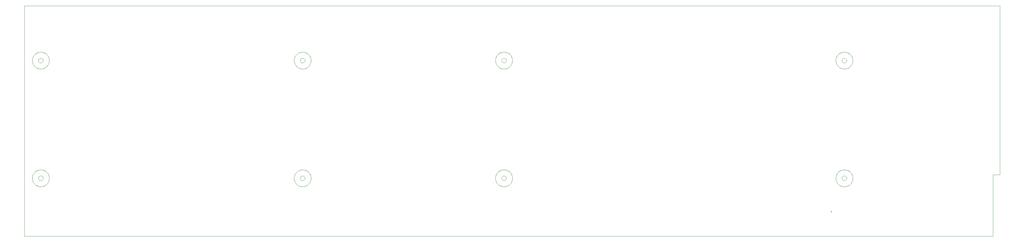
<source format=gbs>
*%FSLAX23Y23*%
*%MOIN*%
G01*
D11*
X15746Y6683D02*
X15828D01*
X15746Y5943D02*
X4096D01*
Y8718D02*
X15828D01*
X15746Y6683D02*
Y5943D01*
X15828Y6683D02*
Y8718D01*
X4096D02*
Y5943D01*
D22*
X15108Y8262D02*
D03*
X15013Y7699D02*
D03*
Y6892D02*
D03*
Y6234D02*
D03*
X15006Y7113D02*
D03*
Y7403D02*
D03*
X14994Y8037D02*
D03*
Y8160D02*
D03*
Y8223D02*
D03*
X14899Y7876D02*
D03*
X14816Y8474D02*
D03*
X14820Y7876D02*
D03*
X14809Y7132D02*
D03*
X14671Y8325D02*
D03*
X14667Y7506D02*
D03*
X14626Y7333D02*
D03*
X14809Y7053D02*
D03*
X14667Y6703D02*
D03*
Y6041D02*
D03*
X14596Y8325D02*
D03*
X14620Y8408D02*
D03*
X14576Y8049D02*
D03*
X14553Y8100D02*
D03*
X14549Y8368D02*
D03*
X14549Y7663D02*
D03*
X14502Y7494D02*
D03*
X14474Y7884D02*
D03*
X14435Y8211D02*
D03*
X14442Y7951D02*
D03*
X14509Y7085D02*
D03*
X14533Y7124D02*
D03*
X14454Y8522D02*
D03*
X14557Y6199D02*
D03*
X14580Y6860D02*
D03*
X14502Y6026D02*
D03*
Y6683D02*
D03*
X14383Y8352D02*
D03*
X14407Y7663D02*
D03*
X14403Y7549D02*
D03*
X14391Y7333D02*
D03*
X14328Y7132D02*
D03*
Y7183D02*
D03*
X14309Y8049D02*
D03*
Y8077D02*
D03*
Y8148D02*
D03*
Y8002D02*
D03*
X14289Y8522D02*
D03*
X14407Y6856D02*
D03*
Y6199D02*
D03*
X14324Y7045D02*
D03*
X14179Y8258D02*
D03*
X14175Y8447D02*
D03*
X14135Y8120D02*
D03*
X14084Y7341D02*
D03*
X14068Y7124D02*
D03*
Y7246D02*
D03*
X14053Y7274D02*
D03*
Y7203D02*
D03*
Y7148D02*
D03*
X14065Y7742D02*
D03*
Y6939D02*
D03*
Y6278D02*
D03*
X13911Y7419D02*
D03*
Y7549D02*
D03*
X13891Y6006D02*
D03*
X13931Y6049D02*
D03*
X13942Y6183D02*
D03*
X13785Y7856D02*
D03*
X13832Y7809D02*
D03*
X13777Y8553D02*
D03*
X13655Y7888D02*
D03*
X13718D02*
D03*
X13750Y7982D02*
D03*
X13679Y8372D02*
D03*
X13718Y7289D02*
D03*
X13655Y8506D02*
D03*
X13683Y7628D02*
D03*
X13769Y6919D02*
D03*
X13801Y6100D02*
D03*
X13750Y7026D02*
D03*
X13643Y6919D02*
D03*
X13659Y6183D02*
D03*
X13710Y6006D02*
D03*
X13738Y6821D02*
D03*
X13584Y7104D02*
D03*
X13474Y8030D02*
D03*
X13513Y7419D02*
D03*
X13474Y7813D02*
D03*
X13513Y7774D02*
D03*
Y7656D02*
D03*
X13474D02*
D03*
X13513Y7695D02*
D03*
Y7734D02*
D03*
Y7813D02*
D03*
X13474Y7537D02*
D03*
Y7459D02*
D03*
X13513D02*
D03*
Y7498D02*
D03*
X13513Y7537D02*
D03*
X13474Y7577D02*
D03*
X13474Y7616D02*
D03*
X13553Y7498D02*
D03*
Y7537D02*
D03*
Y7577D02*
D03*
X13513Y7616D02*
D03*
X13553D02*
D03*
Y7104D02*
D03*
Y7144D02*
D03*
X13513Y7577D02*
D03*
X13474Y7380D02*
D03*
X13513Y7262D02*
D03*
X13474Y7183D02*
D03*
X13513Y7144D02*
D03*
X13474Y7734D02*
D03*
X13588Y6671D02*
D03*
X13620Y6045D02*
D03*
Y6116D02*
D03*
X13631Y7026D02*
D03*
X13529Y6671D02*
D03*
X13513Y7065D02*
D03*
Y6908D02*
D03*
X13521Y6573D02*
D03*
X13474Y6986D02*
D03*
Y6947D02*
D03*
Y6908D02*
D03*
Y7026D02*
D03*
X13553Y6002D02*
D03*
X13474Y7065D02*
D03*
X13513Y7026D02*
D03*
Y6947D02*
D03*
X13474Y6868D02*
D03*
X13529Y6797D02*
D03*
X13474Y6829D02*
D03*
X13395Y8089D02*
D03*
X13435Y7935D02*
D03*
Y7104D02*
D03*
X13395Y7616D02*
D03*
X13435Y7656D02*
D03*
X13395D02*
D03*
X13435Y7695D02*
D03*
X13419Y8506D02*
D03*
X13435Y7459D02*
D03*
X13395D02*
D03*
X13435Y7537D02*
D03*
Y7577D02*
D03*
X13395Y7577D02*
D03*
Y7695D02*
D03*
Y7734D02*
D03*
X13435D02*
D03*
X13435Y7774D02*
D03*
X13395D02*
D03*
X13435Y7419D02*
D03*
X13395Y7419D02*
D03*
X13435Y7498D02*
D03*
Y7380D02*
D03*
Y7301D02*
D03*
X13395Y7223D02*
D03*
X13435Y7813D02*
D03*
X13316Y7695D02*
D03*
X13277Y8089D02*
D03*
X13316Y8061D02*
D03*
X13277Y7104D02*
D03*
X13316Y7656D02*
D03*
X13277D02*
D03*
X13356Y7734D02*
D03*
X13277Y7774D02*
D03*
Y7813D02*
D03*
X13316D02*
D03*
X13305Y8593D02*
D03*
X13356Y7656D02*
D03*
Y7616D02*
D03*
X13316D02*
D03*
X13277D02*
D03*
X13356Y7695D02*
D03*
X13316Y7734D02*
D03*
X13277Y7695D02*
D03*
X13316Y7774D02*
D03*
X13277Y7734D02*
D03*
Y7380D02*
D03*
Y7459D02*
D03*
X13356Y7774D02*
D03*
Y7813D02*
D03*
X13316Y7459D02*
D03*
Y7380D02*
D03*
X13356Y7341D02*
D03*
Y7852D02*
D03*
X13316Y7935D02*
D03*
X13277Y7144D02*
D03*
X13356Y7262D02*
D03*
X13316Y7498D02*
D03*
X13356D02*
D03*
X13316Y7577D02*
D03*
X13356Y7104D02*
D03*
X13435Y6809D02*
D03*
X13395Y7026D02*
D03*
X13435D02*
D03*
Y6947D02*
D03*
X13395Y6986D02*
D03*
Y6947D02*
D03*
X13435Y6908D02*
D03*
X13395Y7065D02*
D03*
X13435Y7065D02*
D03*
X13423Y6089D02*
D03*
X13435Y6510D02*
D03*
X13435Y6986D02*
D03*
X13395Y6908D02*
D03*
Y6868D02*
D03*
X13435D02*
D03*
X13395Y6656D02*
D03*
X13435Y6671D02*
D03*
X13316Y6868D02*
D03*
X13356Y6986D02*
D03*
Y6947D02*
D03*
X13316Y6986D02*
D03*
X13277Y6947D02*
D03*
Y6908D02*
D03*
X13316Y6908D02*
D03*
X13356D02*
D03*
Y7065D02*
D03*
X13316Y7026D02*
D03*
X13277Y7065D02*
D03*
X13316Y7065D02*
D03*
X13277Y6986D02*
D03*
X13356Y6868D02*
D03*
X13277Y6703D02*
D03*
Y6766D02*
D03*
X13238Y7459D02*
D03*
X13198Y7656D02*
D03*
Y7380D02*
D03*
Y7935D02*
D03*
Y8061D02*
D03*
Y7104D02*
D03*
Y7616D02*
D03*
X13238Y7695D02*
D03*
Y7813D02*
D03*
X13198D02*
D03*
X13238Y7656D02*
D03*
X13198Y7695D02*
D03*
X13238Y7734D02*
D03*
X13198D02*
D03*
X13238Y7774D02*
D03*
X13198D02*
D03*
X13238Y7104D02*
D03*
X13198Y7419D02*
D03*
X13238Y7380D02*
D03*
X13198Y7577D02*
D03*
Y7498D02*
D03*
X13238Y7301D02*
D03*
X13198Y7223D02*
D03*
Y7183D02*
D03*
X13159Y7459D02*
D03*
X13080Y7616D02*
D03*
Y7380D02*
D03*
X13159Y7223D02*
D03*
Y7104D02*
D03*
X13120Y7656D02*
D03*
X13159Y7695D02*
D03*
X13080Y7774D02*
D03*
X13159Y7813D02*
D03*
X13080D02*
D03*
X13147Y8415D02*
D03*
X13159Y7183D02*
D03*
X13159Y7262D02*
D03*
X13120D02*
D03*
X13080Y7301D02*
D03*
X13120Y7498D02*
D03*
Y7537D02*
D03*
X13159Y7616D02*
D03*
Y7656D02*
D03*
X13120Y7616D02*
D03*
X13080Y7656D02*
D03*
X13159Y7774D02*
D03*
X13120Y7695D02*
D03*
X13080D02*
D03*
X13120Y7104D02*
D03*
Y7144D02*
D03*
X13080Y7577D02*
D03*
X13120D02*
D03*
X13159Y7537D02*
D03*
X13120Y7301D02*
D03*
X13159Y7341D02*
D03*
X13080Y7262D02*
D03*
Y7223D02*
D03*
Y7183D02*
D03*
X13159Y7144D02*
D03*
Y8081D02*
D03*
Y7419D02*
D03*
X13159Y7734D02*
D03*
X13238Y7065D02*
D03*
Y6947D02*
D03*
X13198Y6986D02*
D03*
X13238Y6908D02*
D03*
X13198Y7026D02*
D03*
X13238Y6986D02*
D03*
X13238Y7026D02*
D03*
X13198Y6947D02*
D03*
X13238Y6868D02*
D03*
X13120Y7026D02*
D03*
Y6766D02*
D03*
Y7065D02*
D03*
X13096Y6502D02*
D03*
X13068D02*
D03*
X13080Y6947D02*
D03*
X13159D02*
D03*
X13120Y6986D02*
D03*
X13080Y6986D02*
D03*
X13159Y7026D02*
D03*
X13120Y6947D02*
D03*
X13120Y6908D02*
D03*
X13120Y6703D02*
D03*
X13080Y6868D02*
D03*
X13041Y7656D02*
D03*
Y7695D02*
D03*
X13041Y7734D02*
D03*
X13041Y7774D02*
D03*
Y7301D02*
D03*
Y7341D02*
D03*
Y7380D02*
D03*
Y6986D02*
D03*
Y6502D02*
D03*
Y7026D02*
D03*
X13002Y7301D02*
D03*
Y7695D02*
D03*
Y7341D02*
D03*
Y7734D02*
D03*
Y7774D02*
D03*
Y7380D02*
D03*
Y7978D02*
D03*
Y7915D02*
D03*
Y7537D02*
D03*
X12923Y7695D02*
D03*
Y7419D02*
D03*
Y7616D02*
D03*
Y7656D02*
D03*
X12883Y7774D02*
D03*
X12962Y7813D02*
D03*
X12883D02*
D03*
X12962Y7459D02*
D03*
X12923Y7459D02*
D03*
X12883Y7616D02*
D03*
X12923Y7537D02*
D03*
Y7577D02*
D03*
X12883Y7656D02*
D03*
Y7695D02*
D03*
X12962D02*
D03*
X12883Y7734D02*
D03*
X12923Y7774D02*
D03*
X12962Y7774D02*
D03*
Y7734D02*
D03*
X12883Y7577D02*
D03*
X12962Y7498D02*
D03*
X12883Y7419D02*
D03*
X12962D02*
D03*
X12923Y7380D02*
D03*
X12962D02*
D03*
X12923Y7301D02*
D03*
X12962Y7262D02*
D03*
X12883Y7183D02*
D03*
X12923Y7144D02*
D03*
X12962D02*
D03*
X12883Y7537D02*
D03*
Y7459D02*
D03*
Y7144D02*
D03*
Y7104D02*
D03*
X12982Y6293D02*
D03*
X13002Y6463D02*
D03*
X12982Y6443D02*
D03*
X13002Y7065D02*
D03*
Y7026D02*
D03*
X12919Y6089D02*
D03*
Y6128D02*
D03*
X12899Y6108D02*
D03*
Y6148D02*
D03*
X12962Y7065D02*
D03*
X12915Y6293D02*
D03*
X12962Y6423D02*
D03*
X12942Y6404D02*
D03*
X12923Y6384D02*
D03*
X12903Y6364D02*
D03*
X12883Y6345D02*
D03*
X12864Y6325D02*
D03*
X12962Y6986D02*
D03*
X12923Y7065D02*
D03*
X12883Y6986D02*
D03*
X12962Y6947D02*
D03*
X12923Y7026D02*
D03*
X12883Y6947D02*
D03*
X12883Y6908D02*
D03*
Y7026D02*
D03*
X12962D02*
D03*
X12923Y6947D02*
D03*
X12962Y6908D02*
D03*
X12923Y6908D02*
D03*
X12962Y6766D02*
D03*
Y6703D02*
D03*
X12805Y7656D02*
D03*
X12844Y7915D02*
D03*
Y7380D02*
D03*
Y7959D02*
D03*
Y7616D02*
D03*
X12805D02*
D03*
X12844Y7695D02*
D03*
X12805Y7380D02*
D03*
X12852Y8337D02*
D03*
Y8415D02*
D03*
X12844Y7656D02*
D03*
X12805Y7734D02*
D03*
X12844Y7734D02*
D03*
X12805Y7774D02*
D03*
X12844Y7774D02*
D03*
X12805Y7262D02*
D03*
X12844Y7301D02*
D03*
X12805Y7223D02*
D03*
X12844D02*
D03*
X12687Y7301D02*
D03*
X12726D02*
D03*
Y7459D02*
D03*
X12687Y7813D02*
D03*
X12726Y7656D02*
D03*
X12765Y7734D02*
D03*
Y7813D02*
D03*
X12687Y7774D02*
D03*
X12765Y7459D02*
D03*
X12726Y7341D02*
D03*
X12730Y8534D02*
D03*
X12690Y8455D02*
D03*
X12765Y7419D02*
D03*
Y7380D02*
D03*
X12726Y7419D02*
D03*
X12687Y7380D02*
D03*
Y7537D02*
D03*
X12726Y7577D02*
D03*
X12765Y7616D02*
D03*
X12687Y7656D02*
D03*
X12726Y7616D02*
D03*
X12765Y7656D02*
D03*
X12687Y7498D02*
D03*
Y7616D02*
D03*
Y7695D02*
D03*
X12726Y7734D02*
D03*
X12765Y7695D02*
D03*
X12690Y7734D02*
D03*
X12726Y7774D02*
D03*
X12765Y7774D02*
D03*
Y7262D02*
D03*
X12687Y7223D02*
D03*
X12726Y7183D02*
D03*
X12687Y7144D02*
D03*
X12726Y7262D02*
D03*
X12765Y7301D02*
D03*
X12726Y7223D02*
D03*
X12765Y7183D02*
D03*
X12726Y7695D02*
D03*
X12730Y8494D02*
D03*
Y8455D02*
D03*
Y8415D02*
D03*
Y8258D02*
D03*
Y8219D02*
D03*
X12690D02*
D03*
Y8337D02*
D03*
Y8415D02*
D03*
Y8376D02*
D03*
X12730Y8297D02*
D03*
Y8337D02*
D03*
X12730Y8573D02*
D03*
X12687Y7104D02*
D03*
X12726D02*
D03*
X12726Y7144D02*
D03*
X12765D02*
D03*
X12687Y7577D02*
D03*
X12765Y7537D02*
D03*
X12726Y7380D02*
D03*
X12765Y7341D02*
D03*
X12687Y7262D02*
D03*
X12765Y7223D02*
D03*
X12687Y7183D02*
D03*
X12690Y8573D02*
D03*
X12765Y7104D02*
D03*
X12805Y6766D02*
D03*
Y7026D02*
D03*
X12844Y6270D02*
D03*
Y6947D02*
D03*
Y7065D02*
D03*
Y7026D02*
D03*
X12805Y6986D02*
D03*
Y6947D02*
D03*
X12844Y6908D02*
D03*
X12801Y6010D02*
D03*
X12820Y6030D02*
D03*
X12801Y6049D02*
D03*
X12820Y6069D02*
D03*
X12801Y6187D02*
D03*
X12820Y6207D02*
D03*
Y6246D02*
D03*
X12801Y6226D02*
D03*
X12805Y7065D02*
D03*
X12844Y6986D02*
D03*
X12805Y6908D02*
D03*
Y6868D02*
D03*
X12844D02*
D03*
X12805Y6703D02*
D03*
X12687Y6734D02*
D03*
Y6766D02*
D03*
X12765Y7026D02*
D03*
X12687Y7065D02*
D03*
X12675Y6443D02*
D03*
X12765Y7065D02*
D03*
X12726Y7026D02*
D03*
Y7065D02*
D03*
X12765Y6986D02*
D03*
X12687Y7026D02*
D03*
X12765Y6947D02*
D03*
X12726Y6986D02*
D03*
X12687Y6947D02*
D03*
X12687Y6908D02*
D03*
X12726D02*
D03*
X12765Y6908D02*
D03*
X12687Y6986D02*
D03*
X12675Y6482D02*
D03*
X12726Y6947D02*
D03*
X12687Y6868D02*
D03*
X12726D02*
D03*
X12765D02*
D03*
X12608Y7301D02*
D03*
X12647D02*
D03*
X12608Y7616D02*
D03*
X12647Y7695D02*
D03*
X12608Y7813D02*
D03*
X12612Y8297D02*
D03*
X12651Y8219D02*
D03*
X12612Y8415D02*
D03*
X12647Y7341D02*
D03*
X12608D02*
D03*
X12647Y7380D02*
D03*
Y7459D02*
D03*
X12647Y7537D02*
D03*
Y7577D02*
D03*
X12647Y7656D02*
D03*
Y7734D02*
D03*
X12608Y7459D02*
D03*
Y7498D02*
D03*
X12608Y7537D02*
D03*
Y7577D02*
D03*
X12647Y7616D02*
D03*
X12608Y7656D02*
D03*
Y7695D02*
D03*
X12608Y7734D02*
D03*
Y7774D02*
D03*
X12647Y7774D02*
D03*
Y7223D02*
D03*
Y7144D02*
D03*
X12612Y8534D02*
D03*
X12651Y8415D02*
D03*
Y8376D02*
D03*
X12608Y7104D02*
D03*
X12647D02*
D03*
Y7498D02*
D03*
X12608Y7419D02*
D03*
Y7223D02*
D03*
X12647Y7183D02*
D03*
Y7880D02*
D03*
X12651Y8573D02*
D03*
X12612Y8455D02*
D03*
X12568Y7616D02*
D03*
Y7104D02*
D03*
Y7656D02*
D03*
X12529D02*
D03*
X12568Y7695D02*
D03*
Y7734D02*
D03*
Y7774D02*
D03*
X12572Y8376D02*
D03*
Y8415D02*
D03*
X12533Y8376D02*
D03*
X12572Y8494D02*
D03*
X12533Y8573D02*
D03*
X12572Y8219D02*
D03*
X12533D02*
D03*
X12494Y8534D02*
D03*
X12533Y8455D02*
D03*
Y8337D02*
D03*
X12568Y7813D02*
D03*
Y7577D02*
D03*
Y7537D02*
D03*
Y7459D02*
D03*
X12529Y7419D02*
D03*
Y7144D02*
D03*
X12568D02*
D03*
Y7419D02*
D03*
Y7498D02*
D03*
X12584Y7880D02*
D03*
X12635Y6325D02*
D03*
X12655Y6266D02*
D03*
Y6502D02*
D03*
Y6463D02*
D03*
Y6423D02*
D03*
Y6345D02*
D03*
Y6305D02*
D03*
X12647Y7065D02*
D03*
Y7026D02*
D03*
Y6947D02*
D03*
Y6908D02*
D03*
X12616Y6108D02*
D03*
X12596Y6089D02*
D03*
Y6207D02*
D03*
X12635Y6246D02*
D03*
Y6286D02*
D03*
Y6364D02*
D03*
Y6404D02*
D03*
X12655Y6384D02*
D03*
X12616Y6226D02*
D03*
X12608Y7026D02*
D03*
Y6908D02*
D03*
X12502Y6786D02*
D03*
X12557Y6049D02*
D03*
X12517Y6010D02*
D03*
X12537Y6030D02*
D03*
X12576Y6069D02*
D03*
X12517Y6128D02*
D03*
X12557Y6167D02*
D03*
X12537Y6148D02*
D03*
X12576Y6187D02*
D03*
X12568Y7065D02*
D03*
Y7026D02*
D03*
X12568Y6986D02*
D03*
X12529Y6908D02*
D03*
X12568D02*
D03*
X12568Y6947D02*
D03*
X12403Y7856D02*
D03*
X12466D02*
D03*
X12403Y7498D02*
D03*
X12466D02*
D03*
Y7734D02*
D03*
Y7616D02*
D03*
X12403Y7734D02*
D03*
Y7616D02*
D03*
X12415Y8219D02*
D03*
X12454Y8455D02*
D03*
Y8337D02*
D03*
X12415Y8455D02*
D03*
Y8337D02*
D03*
X12454Y8573D02*
D03*
X12403Y7144D02*
D03*
X12466D02*
D03*
X12454Y8376D02*
D03*
X12376Y8376D02*
D03*
X12297Y8455D02*
D03*
Y8376D02*
D03*
X12376Y8494D02*
D03*
X12336Y8534D02*
D03*
X12297Y8219D02*
D03*
X12376D02*
D03*
X12336D02*
D03*
X12336Y8455D02*
D03*
Y8337D02*
D03*
X12466Y6908D02*
D03*
X12403D02*
D03*
Y7026D02*
D03*
X12466D02*
D03*
X12376Y6758D02*
D03*
X12257Y8297D02*
D03*
Y8455D02*
D03*
Y8494D02*
D03*
X12218Y8415D02*
D03*
Y8494D02*
D03*
Y8455D02*
D03*
Y8376D02*
D03*
Y8337D02*
D03*
X12257Y8455D02*
D03*
Y8415D02*
D03*
Y8376D02*
D03*
X12218Y8534D02*
D03*
Y8179D02*
D03*
X12179Y8415D02*
D03*
X12139Y8455D02*
D03*
Y8415D02*
D03*
Y8494D02*
D03*
X12179Y8258D02*
D03*
Y8297D02*
D03*
Y8337D02*
D03*
X12100Y6600D02*
D03*
X12065Y8447D02*
D03*
X12076Y8313D02*
D03*
X11978Y7309D02*
D03*
X11946Y8459D02*
D03*
Y8380D02*
D03*
Y8419D02*
D03*
X11907Y8459D02*
D03*
X11946Y8498D02*
D03*
X11907Y8419D02*
D03*
Y8537D02*
D03*
X11946D02*
D03*
Y8301D02*
D03*
X11907D02*
D03*
Y8341D02*
D03*
Y8223D02*
D03*
X11946Y8183D02*
D03*
X11986Y8380D02*
D03*
Y8183D02*
D03*
Y8223D02*
D03*
Y8262D02*
D03*
X11946Y8577D02*
D03*
X11911Y6356D02*
D03*
X11919Y6128D02*
D03*
X11994Y6758D02*
D03*
X11915Y6203D02*
D03*
X11962Y6600D02*
D03*
X11868Y8380D02*
D03*
X11868Y8498D02*
D03*
X11828Y8498D02*
D03*
X11868Y8341D02*
D03*
X11868Y8301D02*
D03*
X11828Y8419D02*
D03*
X11868Y8459D02*
D03*
X11828Y8380D02*
D03*
X11789D02*
D03*
X11710D02*
D03*
Y8577D02*
D03*
X11750Y8498D02*
D03*
Y8183D02*
D03*
X11789Y8537D02*
D03*
X11789Y8183D02*
D03*
X11710Y8459D02*
D03*
X11789D02*
D03*
X11710Y8341D02*
D03*
X11789D02*
D03*
X11823Y6516D02*
D03*
X11805Y6065D02*
D03*
Y6163D02*
D03*
X11840Y6152D02*
D03*
X11832Y6372D02*
D03*
X11852Y6352D02*
D03*
X11872Y6333D02*
D03*
X11796Y6325D02*
D03*
X11800Y6545D02*
D03*
X11671Y8223D02*
D03*
X11631Y8183D02*
D03*
X11671Y7376D02*
D03*
Y7443D02*
D03*
X11631Y8380D02*
D03*
X11671Y8459D02*
D03*
Y8341D02*
D03*
X11513Y8459D02*
D03*
X11513Y8380D02*
D03*
X11553Y8537D02*
D03*
X11513Y8498D02*
D03*
Y8419D02*
D03*
X11553Y8223D02*
D03*
X11513Y8341D02*
D03*
X11592Y8498D02*
D03*
Y8183D02*
D03*
X11513Y8301D02*
D03*
X11553Y8380D02*
D03*
Y8459D02*
D03*
X11592Y8341D02*
D03*
Y8459D02*
D03*
X11685Y6113D02*
D03*
X11635Y6282D02*
D03*
X11675Y6900D02*
D03*
Y6971D02*
D03*
X11685Y6030D02*
D03*
X11683Y6226D02*
D03*
X11532Y6435D02*
D03*
X11582Y6168D02*
D03*
Y6117D02*
D03*
X11474Y8380D02*
D03*
X11474Y8459D02*
D03*
X11474Y8223D02*
D03*
X11435Y7104D02*
D03*
Y8498D02*
D03*
Y8380D02*
D03*
X11435Y8419D02*
D03*
Y8459D02*
D03*
Y8301D02*
D03*
Y8341D02*
D03*
X11435Y7577D02*
D03*
X11305Y7971D02*
D03*
X11395Y8498D02*
D03*
X11395Y8419D02*
D03*
X11379Y7425D02*
D03*
X11395Y8341D02*
D03*
Y8262D02*
D03*
Y8301D02*
D03*
X11458Y6203D02*
D03*
X11360Y6171D02*
D03*
X11385Y6952D02*
D03*
X11269Y8345D02*
D03*
Y8415D02*
D03*
X11234Y7971D02*
D03*
Y8167D02*
D03*
X11187Y7467D02*
D03*
X11108Y7124D02*
D03*
X11135D02*
D03*
X11108Y7600D02*
D03*
X11135D02*
D03*
X11187Y6990D02*
D03*
X11108D02*
D03*
X11084Y7782D02*
D03*
X11096Y7467D02*
D03*
X11092Y7317D02*
D03*
X11083Y8260D02*
D03*
X11084Y7735D02*
D03*
X11084Y7258D02*
D03*
X11005Y7081D02*
D03*
X11002Y7537D02*
D03*
X10935Y8301D02*
D03*
X10969Y7435D02*
D03*
X11029Y6283D02*
D03*
X11056Y6435D02*
D03*
X10969Y6977D02*
D03*
X10917Y6049D02*
D03*
X10907Y6117D02*
D03*
X10902Y7174D02*
D03*
X10801Y8282D02*
D03*
X10785Y7246D02*
D03*
X10742Y7506D02*
D03*
X10860Y6282D02*
D03*
X10793Y6490D02*
D03*
X10742Y7049D02*
D03*
X10694Y8376D02*
D03*
X10513Y8321D02*
D03*
Y8376D02*
D03*
X10604Y8167D02*
D03*
X10702Y6282D02*
D03*
X10612Y6435D02*
D03*
Y6490D02*
D03*
X10202Y7321D02*
D03*
X10163Y7179D02*
D03*
X10124D02*
D03*
X10084Y7179D02*
D03*
X10045Y7179D02*
D03*
X9927Y7321D02*
D03*
X10005Y7179D02*
D03*
X9966D02*
D03*
X10092Y6313D02*
D03*
X9887Y7179D02*
D03*
X9848D02*
D03*
X9809D02*
D03*
X9769D02*
D03*
X9730Y7179D02*
D03*
X9690Y7179D02*
D03*
X9651Y7321D02*
D03*
X9612Y7179D02*
D03*
X9572Y7179D02*
D03*
X9533Y7179D02*
D03*
X9690Y6526D02*
D03*
Y6494D02*
D03*
Y6431D02*
D03*
X9690Y6463D02*
D03*
X9690Y6557D02*
D03*
X9624Y6313D02*
D03*
X9596D02*
D03*
X9647Y6860D02*
D03*
Y6786D02*
D03*
X9494Y7179D02*
D03*
X9454D02*
D03*
X9415D02*
D03*
X9376Y7321D02*
D03*
X9482Y6286D02*
D03*
X9513Y6286D02*
D03*
X9427Y6490D02*
D03*
X9419Y6604D02*
D03*
X9399Y6423D02*
D03*
X9368D02*
D03*
X9342Y6918D02*
D03*
X9387Y6286D02*
D03*
X9356D02*
D03*
X9419D02*
D03*
X9450D02*
D03*
X9336Y7179D02*
D03*
X9297Y7179D02*
D03*
X9257D02*
D03*
X9218D02*
D03*
X9179Y7321D02*
D03*
X9336Y6423D02*
D03*
X9301D02*
D03*
X9293Y6286D02*
D03*
X9324D02*
D03*
X9320Y6553D02*
D03*
X9171Y6226D02*
D03*
X9190Y6628D02*
D03*
Y6581D02*
D03*
X9139Y7191D02*
D03*
X9100D02*
D03*
X9061Y7321D02*
D03*
X9104Y6750D02*
D03*
X9033D02*
D03*
X6624Y7667D02*
D03*
Y7616D02*
D03*
X6643Y7786D02*
D03*
X6624Y7762D02*
D03*
X5557Y7467D02*
D03*
X5289Y7571D02*
D03*
X5344Y7215D02*
D03*
X5281Y7112D02*
D03*
X5296Y7318D02*
D03*
Y7883D02*
D03*
X5226Y7018D02*
D03*
X5181Y7363D02*
D03*
Y7928D02*
D03*
X5036Y7718D02*
D03*
X5155Y6868D02*
D03*
X5214Y6967D02*
D03*
X4974Y7667D02*
D03*
X5031Y7266D02*
D03*
X4982Y6624D02*
D03*
Y6762D02*
D03*
X4860Y6518D02*
D03*
X4785Y7412D02*
D03*
X4828Y7667D02*
D03*
X4786Y6868D02*
D03*
X4671Y6482D02*
D03*
D33*
X15167Y8652D02*
D03*
X15041Y7990D02*
D03*
X15167Y8179D02*
D03*
X15041Y8286D02*
D03*
X15068Y8415D02*
D03*
X15265D02*
D03*
D42*
X9242Y6808D02*
D03*
X9442D02*
D03*
X4343Y7300D02*
D03*
Y6900D02*
D03*
X4243Y7850D02*
D03*
X4343Y7800D02*
D03*
X4243Y7750D02*
D03*
X4343Y7700D02*
D03*
X4243Y7650D02*
D03*
X4343Y7600D02*
D03*
X4243Y7550D02*
D03*
X4343Y7500D02*
D03*
X4243Y7450D02*
D03*
X4343Y7400D02*
D03*
X4243Y7350D02*
D03*
Y7250D02*
D03*
X4343Y7200D02*
D03*
X4243Y7150D02*
D03*
X4343Y7100D02*
D03*
X4243Y7050D02*
D03*
X4343Y7000D02*
D03*
X4243Y6950D02*
D03*
D43*
X15196Y7168D02*
D03*
X14131Y7951D02*
D03*
X10214Y6600D02*
D03*
X10372D02*
D03*
X10135Y6679D02*
D03*
X10293D02*
D03*
D46*
X11157Y6561D02*
D03*
X11257D02*
D03*
X11357D02*
D03*
X11457D02*
D03*
X11557D02*
D03*
X11657D02*
D03*
D48*
X13856Y8059D02*
X13857D01*
X13856D02*
X13857Y8044D01*
X13861Y8029D01*
X13866Y8015D01*
X13874Y8002D01*
X13883Y7990D01*
X13894Y7979D01*
X13907Y7971D01*
X13921Y7964D01*
X13935Y7960D01*
X13950Y7957D01*
X13966D01*
X13981Y7960D01*
X13995Y7964D01*
X14009Y7971D01*
X14022Y7979D01*
X14033Y7990D01*
X14042Y8002D01*
X14050Y8015D01*
X14055Y8029D01*
X14059Y8044D01*
X14060Y8059D01*
X14061D01*
X14060D02*
X14059Y8074D01*
X14055Y8089D01*
X14050Y8103D01*
X14042Y8116D01*
X14033Y8128D01*
X14022Y8139D01*
X14009Y8147D01*
X13995Y8154D01*
X13981Y8158D01*
X13966Y8161D01*
X13950D01*
X13935Y8158D01*
X13921Y8154D01*
X13907Y8147D01*
X13894Y8139D01*
X13883Y8128D01*
X13874Y8116D01*
X13866Y8103D01*
X13861Y8089D01*
X13857Y8074D01*
X13856Y8059D01*
X13929D02*
X13930D01*
X13929D02*
X13931Y8049D01*
X13936Y8040D01*
X13944Y8034D01*
X13953Y8030D01*
X13963D01*
X13972Y8034D01*
X13980Y8040D01*
X13985Y8049D01*
X13987Y8059D01*
X13988D01*
X13987D02*
X13985Y8069D01*
X13980Y8078D01*
X13972Y8084D01*
X13963Y8088D01*
X13953D01*
X13944Y8084D01*
X13936Y8078D01*
X13931Y8069D01*
X13929Y8059D01*
X13856Y6642D02*
X13857D01*
X13856D02*
X13857Y6627D01*
X13861Y6612D01*
X13866Y6598D01*
X13874Y6585D01*
X13883Y6573D01*
X13894Y6562D01*
X13907Y6554D01*
X13921Y6547D01*
X13935Y6543D01*
X13950Y6540D01*
X13966D01*
X13981Y6543D01*
X13995Y6547D01*
X14009Y6554D01*
X14022Y6562D01*
X14033Y6573D01*
X14042Y6585D01*
X14050Y6598D01*
X14055Y6612D01*
X14059Y6627D01*
X14060Y6642D01*
X14061D01*
X14060D02*
X14059Y6657D01*
X14055Y6672D01*
X14050Y6686D01*
X14042Y6699D01*
X14033Y6711D01*
X14022Y6722D01*
X14009Y6730D01*
X13995Y6737D01*
X13981Y6741D01*
X13966Y6744D01*
X13950D01*
X13935Y6741D01*
X13921Y6737D01*
X13907Y6730D01*
X13894Y6722D01*
X13883Y6711D01*
X13874Y6699D01*
X13866Y6686D01*
X13861Y6672D01*
X13857Y6657D01*
X13856Y6642D01*
X13929D02*
X13930D01*
X13929D02*
X13931Y6632D01*
X13936Y6623D01*
X13944Y6617D01*
X13953Y6613D01*
X13963D01*
X13972Y6617D01*
X13980Y6623D01*
X13985Y6632D01*
X13987Y6642D01*
X13988D01*
X13987D02*
X13985Y6652D01*
X13980Y6661D01*
X13972Y6667D01*
X13963Y6671D01*
X13953D01*
X13944Y6667D01*
X13936Y6661D01*
X13931Y6652D01*
X13929Y6642D01*
X9762Y8059D02*
X9763D01*
X9762D02*
X9763Y8044D01*
X9767Y8029D01*
X9772Y8015D01*
X9780Y8002D01*
X9789Y7990D01*
X9800Y7979D01*
X9813Y7971D01*
X9827Y7964D01*
X9841Y7960D01*
X9856Y7957D01*
X9872D01*
X9887Y7960D01*
X9901Y7964D01*
X9915Y7971D01*
X9928Y7979D01*
X9939Y7990D01*
X9948Y8002D01*
X9956Y8015D01*
X9961Y8029D01*
X9965Y8044D01*
X9966Y8059D01*
X9967D01*
X9966D02*
X9965Y8074D01*
X9961Y8089D01*
X9956Y8103D01*
X9948Y8116D01*
X9939Y8128D01*
X9928Y8139D01*
X9915Y8147D01*
X9901Y8154D01*
X9887Y8158D01*
X9872Y8161D01*
X9856D01*
X9841Y8158D01*
X9827Y8154D01*
X9813Y8147D01*
X9800Y8139D01*
X9789Y8128D01*
X9780Y8116D01*
X9772Y8103D01*
X9767Y8089D01*
X9763Y8074D01*
X9762Y8059D01*
X9835D02*
X9836D01*
X9835D02*
X9837Y8049D01*
X9842Y8040D01*
X9850Y8034D01*
X9859Y8030D01*
X9869D01*
X9878Y8034D01*
X9886Y8040D01*
X9891Y8049D01*
X9893Y8059D01*
X9894D01*
X9893D02*
X9891Y8069D01*
X9886Y8078D01*
X9878Y8084D01*
X9869Y8088D01*
X9859D01*
X9850Y8084D01*
X9842Y8078D01*
X9837Y8069D01*
X9835Y8059D01*
X9762Y6642D02*
X9763D01*
X9762D02*
X9763Y6627D01*
X9767Y6612D01*
X9772Y6598D01*
X9780Y6585D01*
X9789Y6573D01*
X9800Y6562D01*
X9813Y6554D01*
X9827Y6547D01*
X9841Y6543D01*
X9856Y6540D01*
X9872D01*
X9887Y6543D01*
X9901Y6547D01*
X9915Y6554D01*
X9928Y6562D01*
X9939Y6573D01*
X9948Y6585D01*
X9956Y6598D01*
X9961Y6612D01*
X9965Y6627D01*
X9966Y6642D01*
X9967D01*
X9966D02*
X9965Y6657D01*
X9961Y6672D01*
X9956Y6686D01*
X9948Y6699D01*
X9939Y6711D01*
X9928Y6722D01*
X9915Y6730D01*
X9901Y6737D01*
X9887Y6741D01*
X9872Y6744D01*
X9856D01*
X9841Y6741D01*
X9827Y6737D01*
X9813Y6730D01*
X9800Y6722D01*
X9789Y6711D01*
X9780Y6699D01*
X9772Y6686D01*
X9767Y6672D01*
X9763Y6657D01*
X9762Y6642D01*
X9835D02*
X9836D01*
X9835D02*
X9837Y6632D01*
X9842Y6623D01*
X9850Y6617D01*
X9859Y6613D01*
X9869D01*
X9878Y6617D01*
X9886Y6623D01*
X9891Y6632D01*
X9893Y6642D01*
X9894D01*
X9893D02*
X9891Y6652D01*
X9886Y6661D01*
X9878Y6667D01*
X9869Y6671D01*
X9859D01*
X9850Y6667D01*
X9842Y6661D01*
X9837Y6652D01*
X9835Y6642D01*
X7340Y8059D02*
X7341D01*
X7340D02*
X7341Y8044D01*
X7345Y8029D01*
X7350Y8015D01*
X7358Y8002D01*
X7367Y7990D01*
X7378Y7979D01*
X7391Y7971D01*
X7405Y7964D01*
X7419Y7960D01*
X7434Y7957D01*
X7450D01*
X7465Y7960D01*
X7479Y7964D01*
X7493Y7971D01*
X7506Y7979D01*
X7517Y7990D01*
X7526Y8002D01*
X7534Y8015D01*
X7539Y8029D01*
X7543Y8044D01*
X7544Y8059D01*
X7545D01*
X7544D02*
X7543Y8074D01*
X7539Y8089D01*
X7534Y8103D01*
X7526Y8116D01*
X7517Y8128D01*
X7506Y8139D01*
X7493Y8147D01*
X7479Y8154D01*
X7465Y8158D01*
X7450Y8161D01*
X7434D01*
X7419Y8158D01*
X7405Y8154D01*
X7391Y8147D01*
X7378Y8139D01*
X7367Y8128D01*
X7358Y8116D01*
X7350Y8103D01*
X7345Y8089D01*
X7341Y8074D01*
X7340Y8059D01*
X7413D02*
X7414D01*
X7413D02*
X7415Y8049D01*
X7420Y8040D01*
X7428Y8034D01*
X7437Y8030D01*
X7447D01*
X7456Y8034D01*
X7464Y8040D01*
X7469Y8049D01*
X7471Y8059D01*
X7472D01*
X7471D02*
X7469Y8069D01*
X7464Y8078D01*
X7456Y8084D01*
X7447Y8088D01*
X7437D01*
X7428Y8084D01*
X7420Y8078D01*
X7415Y8069D01*
X7413Y8059D01*
X7340Y6642D02*
X7341D01*
X7340D02*
X7341Y6627D01*
X7345Y6612D01*
X7350Y6598D01*
X7358Y6585D01*
X7367Y6573D01*
X7378Y6562D01*
X7391Y6554D01*
X7405Y6547D01*
X7419Y6543D01*
X7434Y6540D01*
X7450D01*
X7465Y6543D01*
X7479Y6547D01*
X7493Y6554D01*
X7506Y6562D01*
X7517Y6573D01*
X7526Y6585D01*
X7534Y6598D01*
X7539Y6612D01*
X7543Y6627D01*
X7544Y6642D01*
X7545D01*
X7544D02*
X7543Y6657D01*
X7539Y6672D01*
X7534Y6686D01*
X7526Y6699D01*
X7517Y6711D01*
X7506Y6722D01*
X7493Y6730D01*
X7479Y6737D01*
X7465Y6741D01*
X7450Y6744D01*
X7434D01*
X7419Y6741D01*
X7405Y6737D01*
X7391Y6730D01*
X7378Y6722D01*
X7367Y6711D01*
X7358Y6699D01*
X7350Y6686D01*
X7345Y6672D01*
X7341Y6657D01*
X7340Y6642D01*
X7413D02*
X7414D01*
X7413D02*
X7415Y6632D01*
X7420Y6623D01*
X7428Y6617D01*
X7437Y6613D01*
X7447D01*
X7456Y6617D01*
X7464Y6623D01*
X7469Y6632D01*
X7471Y6642D01*
X7472D01*
X7471D02*
X7469Y6652D01*
X7464Y6661D01*
X7456Y6667D01*
X7447Y6671D01*
X7437D01*
X7428Y6667D01*
X7420Y6661D01*
X7415Y6652D01*
X7413Y6642D01*
X4191Y8059D02*
X4192D01*
X4191D02*
X4192Y8044D01*
X4196Y8029D01*
X4201Y8015D01*
X4209Y8002D01*
X4218Y7990D01*
X4229Y7979D01*
X4242Y7971D01*
X4256Y7964D01*
X4270Y7960D01*
X4285Y7957D01*
X4301D01*
X4316Y7960D01*
X4330Y7964D01*
X4344Y7971D01*
X4357Y7979D01*
X4368Y7990D01*
X4377Y8002D01*
X4385Y8015D01*
X4390Y8029D01*
X4394Y8044D01*
X4395Y8059D01*
X4396D01*
X4395D02*
X4394Y8074D01*
X4390Y8089D01*
X4385Y8103D01*
X4377Y8116D01*
X4368Y8128D01*
X4357Y8139D01*
X4344Y8147D01*
X4330Y8154D01*
X4316Y8158D01*
X4301Y8161D01*
X4285D01*
X4270Y8158D01*
X4256Y8154D01*
X4242Y8147D01*
X4229Y8139D01*
X4218Y8128D01*
X4209Y8116D01*
X4201Y8103D01*
X4196Y8089D01*
X4192Y8074D01*
X4191Y8059D01*
X4264D02*
X4265D01*
X4264D02*
X4266Y8049D01*
X4271Y8040D01*
X4278Y8034D01*
X4288Y8030D01*
X4298D01*
X4308Y8034D01*
X4315Y8040D01*
X4320Y8049D01*
X4322Y8059D01*
X4323D01*
X4322D02*
X4320Y8069D01*
X4315Y8078D01*
X4308Y8084D01*
X4298Y8088D01*
X4288D01*
X4278Y8084D01*
X4271Y8078D01*
X4266Y8069D01*
X4264Y8059D01*
X4191Y6642D02*
X4192D01*
X4191D02*
X4192Y6627D01*
X4196Y6612D01*
X4201Y6598D01*
X4209Y6585D01*
X4218Y6573D01*
X4229Y6562D01*
X4242Y6554D01*
X4256Y6547D01*
X4270Y6543D01*
X4285Y6540D01*
X4301D01*
X4316Y6543D01*
X4330Y6547D01*
X4344Y6554D01*
X4357Y6562D01*
X4368Y6573D01*
X4377Y6585D01*
X4385Y6598D01*
X4390Y6612D01*
X4394Y6627D01*
X4395Y6642D01*
X4396D01*
X4395D02*
X4394Y6657D01*
X4390Y6672D01*
X4385Y6686D01*
X4377Y6699D01*
X4368Y6711D01*
X4357Y6722D01*
X4344Y6730D01*
X4330Y6737D01*
X4316Y6741D01*
X4301Y6744D01*
X4285D01*
X4270Y6741D01*
X4256Y6737D01*
X4242Y6730D01*
X4229Y6722D01*
X4218Y6711D01*
X4209Y6699D01*
X4201Y6686D01*
X4196Y6672D01*
X4192Y6657D01*
X4191Y6642D01*
X4264D02*
X4265D01*
X4264D02*
X4266Y6632D01*
X4271Y6623D01*
X4278Y6617D01*
X4288Y6613D01*
X4298D01*
X4308Y6617D01*
X4315Y6623D01*
X4320Y6632D01*
X4322Y6642D01*
X4323D01*
X4322D02*
X4320Y6652D01*
X4315Y6661D01*
X4308Y6667D01*
X4298Y6671D01*
X4288D01*
X4278Y6667D01*
X4271Y6661D01*
X4266Y6652D01*
X4264Y6642D01*
D50*
X15384Y7096D02*
D03*
Y6996D02*
D03*
Y7705D02*
D03*
Y7805D02*
D03*
Y8514D02*
D03*
Y8414D02*
D03*
Y6287D02*
D03*
Y6387D02*
D03*
D52*
X15584Y6287D02*
D03*
X4271Y6844D02*
D03*
D55*
X15683Y6386D02*
D03*
X15485D02*
D03*
Y6188D02*
D03*
X15683D02*
D03*
D61*
X15584Y8614D02*
D03*
D63*
Y6796D02*
D03*
Y7196D02*
D03*
Y7905D02*
D03*
Y7505D02*
D03*
Y8214D02*
D03*
Y6487D02*
D03*
Y6087D02*
D03*
D96*
X14568Y8211D02*
D03*
X14498D02*
D03*
X14568Y8152D02*
D03*
X14498D02*
D03*
X13049Y7423D02*
D03*
X13112D02*
D03*
X13246Y7262D02*
D03*
X13309D02*
D03*
X13041Y7219D02*
D03*
X12978D02*
D03*
X13364Y7148D02*
D03*
X13427D02*
D03*
X4866Y7668D02*
D03*
X4936D02*
D03*
D97*
X13711Y6050D02*
D03*
X13891D02*
D03*
X13801Y6050D02*
D03*
D101*
X15265Y8364D02*
D03*
Y8294D02*
D03*
X15167D02*
D03*
Y8364D02*
D03*
X15108Y8294D02*
D03*
Y8364D02*
D03*
X14190Y8120D02*
D03*
Y8190D02*
D03*
X14253Y8120D02*
D03*
Y8190D02*
D03*
Y8002D02*
D03*
Y8072D02*
D03*
X14498Y8030D02*
D03*
Y8100D02*
D03*
X13273Y7573D02*
D03*
Y7510D02*
D03*
X12840Y7467D02*
D03*
Y7530D02*
D03*
X12994Y7656D02*
D03*
Y7593D02*
D03*
X12809Y7112D02*
D03*
Y7175D02*
D03*
D111*
X11057Y6561D02*
D03*
D126*
X13799Y6233D02*
X13803D01*
Y6247D01*
X13799D01*
Y6233D01*
D02*
M02*

</source>
